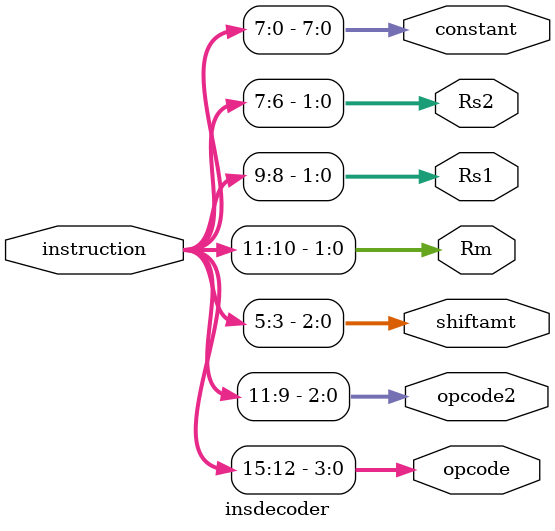
<source format=v>

module insdecoder(
    input [15:0] instruction,
    output [3:0] opcode,
    output [2:0] opcode2, shiftamt,
    output [1:0] Rm, Rs1, Rs2,
    output [7:0] constant
);

assign opcode = instruction[15:12];
assign Rm = instruction[11:10];
assign Rs1 = instruction[9:8];
assign Rs2 = instruction[7:6];
assign shiftamt = instruction[5:3];
assign constant = instruction[7:0];
assign opcode2 = instruction[11:9];

endmodule
</source>
